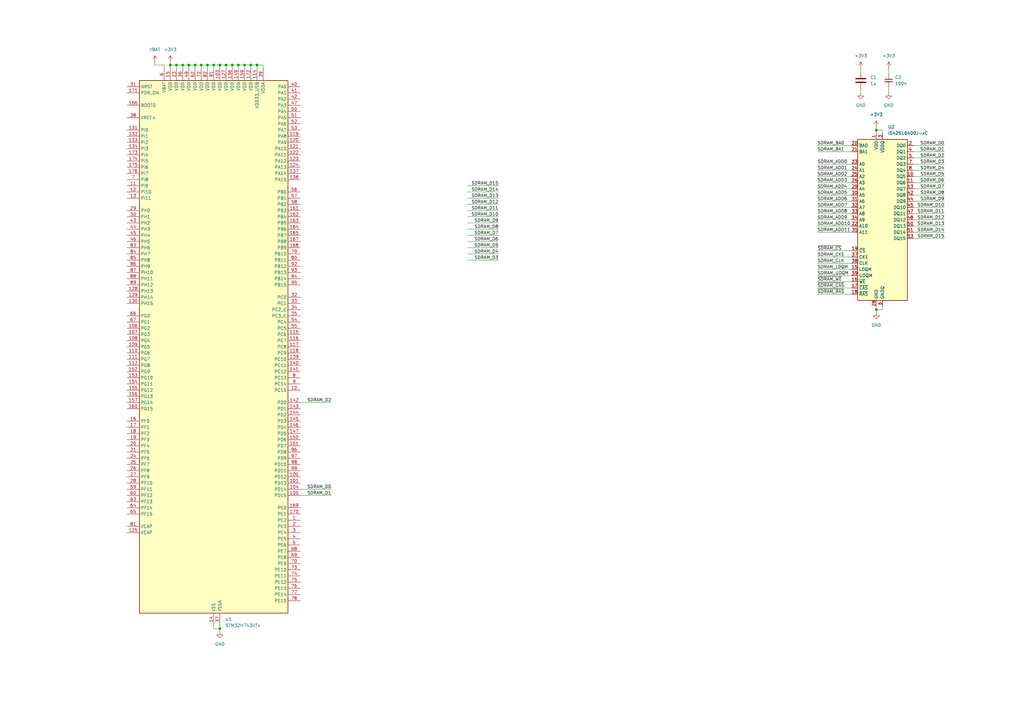
<source format=kicad_sch>
(kicad_sch (version 20231120) (generator "eeschema") (generator_version "8.0")
  (paper "A3")
  (lib_symbols
    (symbol "Device:C" (pin_numbers hide) (pin_names (offset 0.254))
      (property "Reference" "C" (at 0.635 2.54 0))
      (property "Value" "C" (at 0.635 -2.54 0))
      (symbol "C_0_1"
        (polyline (pts (xy -2.032 -0.762) (xy 2.032 -0.762)) (stroke (width 0.508)))
        (polyline (pts (xy -2.032 0.762) (xy 2.032 0.762)) (stroke (width 0.508)))
      )
      (symbol "C_1_1"
        (pin passive line (at 0 3.81 270) (length 2.794) (name "~") (number "1"))
        (pin passive line (at 0 -3.81 90) (length 2.794) (name "~") (number "2"))
      )
    )
    (symbol "Device:C_Small" (pin_numbers hide) (pin_names (offset 0.254) hide)
      (property "Reference" "C" (at 0.254 1.778 0))
      (property "Value" "C_Small" (at 0.254 -2.032 0))
      (symbol "C_Small_0_1"
        (polyline (pts (xy -1.524 -0.508) (xy 1.524 -0.508)) (stroke (width 0.3302)))
        (polyline (pts (xy -1.524 0.508) (xy 1.524 0.508)) (stroke (width 0.3048)))
      )
      (symbol "C_Small_1_1"
        (pin passive line (at 0 2.54 270) (length 2.032) (name "~") (number "1"))
        (pin passive line (at 0 -2.54 90) (length 2.032) (name "~") (number "2"))
      )
    )
    (symbol "MCU_ST_STM32H7:STM32H743IITx"
      (property "Reference" "U" (at -30.48 110.49 0))
      (property "Value" "STM32H743IITx" (at 22.86 110.49 0))
      (symbol "STM32H743IITx_0_1"
        (rectangle (start -30.48 -109.22) (end 30.48 109.22) (stroke (width 0.254)) (fill (type background)))
      )
      (symbol "STM32H743IITx_1_1"
        (pin bidirectional line (at 35.56 -71.12 180) (length 5.08) (name "PE2") (number "1"))
        (pin bidirectional line (at 35.56 -17.78 180) (length 5.08) (name "PC15") (number "10"))
        (pin bidirectional line (at 35.56 -53.34 180) (length 5.08) (name "PD12") (number "100"))
        (pin bidirectional line (at 35.56 -55.88 180) (length 5.08) (name "PD13") (number "101"))
        (pin passive line (at 0 -114.3 90) (length 5.08) hide (name "VSS") (number "102"))
        (pin power_in line (at 2.54 114.3 270) (length 5.08) (name "VDD") (number "103"))
        (pin bidirectional line (at 35.56 -58.42 180) (length 5.08) (name "PD14") (number "104"))
        (pin bidirectional line (at 35.56 -60.96 180) (length 5.08) (name "PD15") (number "105"))
        (pin bidirectional line (at -35.56 7.62 0) (length 5.08) (name "PG2") (number "106"))
        (pin bidirectional line (at -35.56 5.08 0) (length 5.08) (name "PG3") (number "107"))
        (pin bidirectional line (at -35.56 2.54 0) (length 5.08) (name "PG4") (number "108"))
        (pin bidirectional line (at -35.56 0 0) (length 5.08) (name "PG5") (number "109"))
        (pin bidirectional line (at -35.56 66.04 0) (length 5.08) (name "PI9") (number "11"))
        (pin bidirectional line (at -35.56 -2.54 0) (length 5.08) (name "PG6") (number "110"))
        (pin bidirectional line (at -35.56 -5.08 0) (length 5.08) (name "PG7") (number "111"))
        (pin bidirectional line (at -35.56 -7.62 0) (length 5.08) (name "PG8") (number "112"))
        (pin passive line (at 0 -114.3 90) (length 5.08) hide (name "VSS") (number "113"))
        (pin power_in line (at 17.78 114.3 270) (length 5.08) (name "VDD33_USB") (number "114"))
        (pin bidirectional line (at 35.56 5.08 180) (length 5.08) (name "PC6") (number "115"))
        (pin bidirectional line (at 35.56 2.54 180) (length 5.08) (name "PC7") (number "116"))
        (pin bidirectional line (at 35.56 0 180) (length 5.08) (name "PC8") (number "117"))
        (pin bidirectional line (at 35.56 -2.54 180) (length 5.08) (name "PC9") (number "118"))
        (pin bidirectional line (at 35.56 86.36 180) (length 5.08) (name "PA8") (number "119"))
        (pin bidirectional line (at -35.56 63.5 0) (length 5.08) (name "PI10") (number "12"))
        (pin bidirectional line (at 35.56 83.82 180) (length 5.08) (name "PA9") (number "120"))
        (pin bidirectional line (at 35.56 81.28 180) (length 5.08) (name "PA10") (number "121"))
        (pin bidirectional line (at 35.56 78.74 180) (length 5.08) (name "PA11") (number "122"))
        (pin bidirectional line (at 35.56 76.2 180) (length 5.08) (name "PA12") (number "123"))
        (pin bidirectional line (at 35.56 73.66 180) (length 5.08) (name "PA13") (number "124"))
        (pin power_out line (at -35.56 -76.2 0) (length 5.08) (name "VCAP") (number "125"))
        (pin passive line (at 0 -114.3 90) (length 5.08) hide (name "VSS") (number "126"))
        (pin power_in line (at 5.08 114.3 270) (length 5.08) (name "VDD") (number "127"))
        (pin bidirectional line (at -35.56 22.86 0) (length 5.08) (name "PH13") (number "128"))
        (pin bidirectional line (at -35.56 20.32 0) (length 5.08) (name "PH14") (number "129"))
        (pin bidirectional line (at -35.56 60.96 0) (length 5.08) (name "PI11") (number "13"))
        (pin bidirectional line (at -35.56 17.78 0) (length 5.08) (name "PH15") (number "130"))
        (pin bidirectional line (at -35.56 88.9 0) (length 5.08) (name "PI0") (number "131"))
        (pin bidirectional line (at -35.56 86.36 0) (length 5.08) (name "PI1") (number "132"))
        (pin bidirectional line (at -35.56 83.82 0) (length 5.08) (name "PI2") (number "133"))
        (pin bidirectional line (at -35.56 81.28 0) (length 5.08) (name "PI3") (number "134"))
        (pin passive line (at 0 -114.3 90) (length 5.08) hide (name "VSS") (number "135"))
        (pin power_in line (at 7.62 114.3 270) (length 5.08) (name "VDD") (number "136"))
        (pin bidirectional line (at 35.56 71.12 180) (length 5.08) (name "PA14") (number "137"))
        (pin bidirectional line (at 35.56 68.58 180) (length 5.08) (name "PA15") (number "138"))
        (pin bidirectional line (at 35.56 -5.08 180) (length 5.08) (name "PC10") (number "139"))
        (pin power_in line (at 0 -114.3 90) (length 5.08) (name "VSS") (number "14"))
        (pin bidirectional line (at 35.56 -7.62 180) (length 5.08) (name "PC11") (number "140"))
        (pin bidirectional line (at 35.56 -10.16 180) (length 5.08) (name "PC12") (number "141"))
        (pin bidirectional line (at 35.56 -22.86 180) (length 5.08) (name "PD0") (number "142"))
        (pin bidirectional line (at 35.56 -25.4 180) (length 5.08) (name "PD1") (number "143"))
        (pin bidirectional line (at 35.56 -27.94 180) (length 5.08) (name "PD2") (number "144"))
        (pin bidirectional line (at 35.56 -30.48 180) (length 5.08) (name "PD3") (number "145"))
        (pin bidirectional line (at 35.56 -33.02 180) (length 5.08) (name "PD4") (number "146"))
        (pin bidirectional line (at 35.56 -35.56 180) (length 5.08) (name "PD5") (number "147"))
        (pin passive line (at 0 -114.3 90) (length 5.08) hide (name "VSS") (number "148"))
        (pin power_in line (at 10.16 114.3 270) (length 5.08) (name "VDD") (number "149"))
        (pin power_in line (at -17.78 114.3 270) (length 5.08) (name "VDD") (number "15"))
        (pin bidirectional line (at 35.56 -38.1 180) (length 5.08) (name "PD6") (number "150"))
        (pin bidirectional line (at 35.56 -40.64 180) (length 5.08) (name "PD7") (number "151"))
        (pin bidirectional line (at -35.56 -10.16 0) (length 5.08) (name "PG9") (number "152"))
        (pin bidirectional line (at -35.56 -12.7 0) (length 5.08) (name "PG10") (number "153"))
        (pin bidirectional line (at -35.56 -15.24 0) (length 5.08) (name "PG11") (number "154"))
        (pin bidirectional line (at -35.56 -17.78 0) (length 5.08) (name "PG12") (number "155"))
        (pin bidirectional line (at -35.56 -20.32 0) (length 5.08) (name "PG13") (number "156"))
        (pin bidirectional line (at -35.56 -22.86 0) (length 5.08) (name "PG14") (number "157"))
        (pin passive line (at 0 -114.3 90) (length 5.08) hide (name "VSS") (number "158"))
        (pin power_in line (at 12.7 114.3 270) (length 5.08) (name "VDD") (number "159"))
        (pin bidirectional line (at -35.56 -30.48 0) (length 5.08) (name "PF0") (number "16"))
        (pin bidirectional line (at -35.56 -25.4 0) (length 5.08) (name "PG15") (number "160"))
        (pin bidirectional line (at 35.56 55.88 180) (length 5.08) (name "PB3") (number "161"))
        (pin bidirectional line (at 35.56 53.34 180) (length 5.08) (name "PB4") (number "162"))
        (pin bidirectional line (at 35.56 50.8 180) (length 5.08) (name "PB5") (number "163"))
        (pin bidirectional line (at 35.56 48.26 180) (length 5.08) (name "PB6") (number "164"))
        (pin bidirectional line (at 35.56 45.72 180) (length 5.08) (name "PB7") (number "165"))
        (pin input line (at -35.56 99.06 0) (length 5.08) (name "BOOT0") (number "166"))
        (pin bidirectional line (at 35.56 43.18 180) (length 5.08) (name "PB8") (number "167"))
        (pin bidirectional line (at 35.56 40.64 180) (length 5.08) (name "PB9") (number "168"))
        (pin bidirectional line (at 35.56 -66.04 180) (length 5.08) (name "PE0") (number "169"))
        (pin bidirectional line (at -35.56 -33.02 0) (length 5.08) (name "PF1") (number "17"))
        (pin bidirectional line (at 35.56 -68.58 180) (length 5.08) (name "PE1") (number "170"))
        (pin input line (at -35.56 104.14 0) (length 5.08) (name "PDR_ON") (number "171"))
        (pin power_in line (at 15.24 114.3 270) (length 5.08) (name "VDD") (number "172"))
        (pin bidirectional line (at -35.56 78.74 0) (length 5.08) (name "PI4") (number "173"))
        (pin bidirectional line (at -35.56 76.2 0) (length 5.08) (name "PI5") (number "174"))
        (pin bidirectional line (at -35.56 73.66 0) (length 5.08) (name "PI6") (number "175"))
        (pin bidirectional line (at -35.56 71.12 0) (length 5.08) (name "PI7") (number "176"))
        (pin bidirectional line (at -35.56 -35.56 0) (length 5.08) (name "PF2") (number "18"))
        (pin bidirectional line (at -35.56 -38.1 0) (length 5.08) (name "PF3") (number "19"))
        (pin bidirectional line (at 35.56 -73.66 180) (length 5.08) (name "PE3") (number "2"))
        (pin bidirectional line (at -35.56 -40.64 0) (length 5.08) (name "PF4") (number "20"))
        (pin bidirectional line (at -35.56 -43.18 0) (length 5.08) (name "PF5") (number "21"))
        (pin passive line (at 0 -114.3 90) (length 5.08) hide (name "VSS") (number "22"))
        (pin power_in line (at -15.24 114.3 270) (length 5.08) (name "VDD") (number "23"))
        (pin bidirectional line (at -35.56 -45.72 0) (length 5.08) (name "PF6") (number "24"))
        (pin bidirectional line (at -35.56 -48.26 0) (length 5.08) (name "PF7") (number "25"))
        (pin bidirectional line (at -35.56 -50.8 0) (length 5.08) (name "PF8") (number "26"))
        (pin bidirectional line (at -35.56 -53.34 0) (length 5.08) (name "PF9") (number "27"))
        (pin bidirectional line (at -35.56 -55.88 0) (length 5.08) (name "PF10") (number "28"))
        (pin bidirectional line (at -35.56 55.88 0) (length 5.08) (name "PH0") (number "29"))
        (pin bidirectional line (at 35.56 -76.2 180) (length 5.08) (name "PE4") (number "3"))
        (pin bidirectional line (at -35.56 53.34 0) (length 5.08) (name "PH1") (number "30"))
        (pin input line (at -35.56 106.68 0) (length 5.08) (name "NRST") (number "31"))
        (pin bidirectional line (at 35.56 20.32 180) (length 5.08) (name "PC0") (number "32"))
        (pin bidirectional line (at 35.56 17.78 180) (length 5.08) (name "PC1") (number "33"))
        (pin bidirectional line (at 35.56 15.24 180) (length 5.08) (name "PC2_C") (number "34"))
        (pin bidirectional line (at 35.56 12.7 180) (length 5.08) (name "PC3_C") (number "35"))
        (pin power_in line (at -12.7 114.3 270) (length 5.08) (name "VDD") (number "36"))
        (pin power_in line (at 2.54 -114.3 90) (length 5.08) (name "VSSA") (number "37"))
        (pin input line (at -35.56 93.98 0) (length 5.08) (name "VREF+") (number "38"))
        (pin power_in line (at 20.32 114.3 270) (length 5.08) (name "VDDA") (number "39"))
        (pin bidirectional line (at 35.56 -78.74 180) (length 5.08) (name "PE5") (number "4"))
        (pin bidirectional line (at 35.56 106.68 180) (length 5.08) (name "PA0") (number "40"))
        (pin bidirectional line (at 35.56 104.14 180) (length 5.08) (name "PA1") (number "41"))
        (pin bidirectional line (at 35.56 101.6 180) (length 5.08) (name "PA2") (number "42"))
        (pin bidirectional line (at -35.56 50.8 0) (length 5.08) (name "PH2") (number "43"))
        (pin bidirectional line (at -35.56 48.26 0) (length 5.08) (name "PH3") (number "44"))
        (pin bidirectional line (at -35.56 45.72 0) (length 5.08) (name "PH4") (number "45"))
        (pin bidirectional line (at -35.56 43.18 0) (length 5.08) (name "PH5") (number "46"))
        (pin bidirectional line (at 35.56 99.06 180) (length 5.08) (name "PA3") (number "47"))
        (pin passive line (at 0 -114.3 90) (length 5.08) hide (name "VSS") (number "48"))
        (pin power_in line (at -10.16 114.3 270) (length 5.08) (name "VDD") (number "49"))
        (pin bidirectional line (at 35.56 -81.28 180) (length 5.08) (name "PE6") (number "5"))
        (pin bidirectional line (at 35.56 96.52 180) (length 5.08) (name "PA4") (number "50"))
        (pin bidirectional line (at 35.56 93.98 180) (length 5.08) (name "PA5") (number "51"))
        (pin bidirectional line (at 35.56 91.44 180) (length 5.08) (name "PA6") (number "52"))
        (pin bidirectional line (at 35.56 88.9 180) (length 5.08) (name "PA7") (number "53"))
        (pin bidirectional line (at 35.56 10.16 180) (length 5.08) (name "PC4") (number "54"))
        (pin bidirectional line (at 35.56 7.62 180) (length 5.08) (name "PC5") (number "55"))
        (pin bidirectional line (at 35.56 63.5 180) (length 5.08) (name "PB0") (number "56"))
        (pin bidirectional line (at 35.56 60.96 180) (length 5.08) (name "PB1") (number "57"))
        (pin bidirectional line (at 35.56 58.42 180) (length 5.08) (name "PB2") (number "58"))
        (pin bidirectional line (at -35.56 -58.42 0) (length 5.08) (name "PF11") (number "59"))
        (pin power_in line (at -20.32 114.3 270) (length 5.08) (name "VBAT") (number "6"))
        (pin bidirectional line (at -35.56 -60.96 0) (length 5.08) (name "PF12") (number "60"))
        (pin passive line (at 0 -114.3 90) (length 5.08) hide (name "VSS") (number "61"))
        (pin power_in line (at -7.62 114.3 270) (length 5.08) (name "VDD") (number "62"))
        (pin bidirectional line (at -35.56 -63.5 0) (length 5.08) (name "PF13") (number "63"))
        (pin bidirectional line (at -35.56 -66.04 0) (length 5.08) (name "PF14") (number "64"))
        (pin bidirectional line (at -35.56 -68.58 0) (length 5.08) (name "PF15") (number "65"))
        (pin bidirectional line (at -35.56 12.7 0) (length 5.08) (name "PG0") (number "66"))
        (pin bidirectional line (at -35.56 10.16 0) (length 5.08) (name "PG1") (number "67"))
        (pin bidirectional line (at 35.56 -83.82 180) (length 5.08) (name "PE7") (number "68"))
        (pin bidirectional line (at 35.56 -86.36 180) (length 5.08) (name "PE8") (number "69"))
        (pin bidirectional line (at -35.56 68.58 0) (length 5.08) (name "PI8") (number "7"))
        (pin bidirectional line (at 35.56 -88.9 180) (length 5.08) (name "PE9") (number "70"))
        (pin passive line (at 0 -114.3 90) (length 5.08) hide (name "VSS") (number "71"))
        (pin power_in line (at -5.08 114.3 270) (length 5.08) (name "VDD") (number "72"))
        (pin bidirectional line (at 35.56 -91.44 180) (length 5.08) (name "PE10") (number "73"))
        (pin bidirectional line (at 35.56 -93.98 180) (length 5.08) (name "PE11") (number "74"))
        (pin bidirectional line (at 35.56 -96.52 180) (length 5.08) (name "PE12") (number "75"))
        (pin bidirectional line (at 35.56 -99.06 180) (length 5.08) (name "PE13") (number "76"))
        (pin bidirectional line (at 35.56 -101.6 180) (length 5.08) (name "PE14") (number "77"))
        (pin bidirectional line (at 35.56 -104.14 180) (length 5.08) (name "PE15") (number "78"))
        (pin bidirectional line (at 35.56 38.1 180) (length 5.08) (name "PB10") (number "79"))
        (pin bidirectional line (at 35.56 -12.7 180) (length 5.08) (name "PC13") (number "8"))
        (pin bidirectional line (at 35.56 35.56 180) (length 5.08) (name "PB11") (number "80"))
        (pin power_out line (at -35.56 -73.66 0) (length 5.08) (name "VCAP") (number "81"))
        (pin power_in line (at -2.54 114.3 270) (length 5.08) (name "VDD") (number "82"))
        (pin bidirectional line (at -35.56 40.64 0) (length 5.08) (name "PH6") (number "83"))
        (pin bidirectional line (at -35.56 38.1 0) (length 5.08) (name "PH7") (number "84"))
        (pin bidirectional line (at -35.56 35.56 0) (length 5.08) (name "PH8") (number "85"))
        (pin bidirectional line (at -35.56 33.02 0) (length 5.08) (name "PH9") (number "86"))
        (pin bidirectional line (at -35.56 30.48 0) (length 5.08) (name "PH10") (number "87"))
        (pin bidirectional line (at -35.56 27.94 0) (length 5.08) (name "PH11") (number "88"))
        (pin bidirectional line (at -35.56 25.4 0) (length 5.08) (name "PH12") (number "89"))
        (pin bidirectional line (at 35.56 -15.24 180) (length 5.08) (name "PC14") (number "9"))
        (pin passive line (at 0 -114.3 90) (length 5.08) hide (name "VSS") (number "90"))
        (pin power_in line (at 0 114.3 270) (length 5.08) (name "VDD") (number "91"))
        (pin bidirectional line (at 35.56 33.02 180) (length 5.08) (name "PB12") (number "92"))
        (pin bidirectional line (at 35.56 30.48 180) (length 5.08) (name "PB13") (number "93"))
        (pin bidirectional line (at 35.56 27.94 180) (length 5.08) (name "PB14") (number "94"))
        (pin bidirectional line (at 35.56 25.4 180) (length 5.08) (name "PB15") (number "95"))
        (pin bidirectional line (at 35.56 -43.18 180) (length 5.08) (name "PD8") (number "96"))
        (pin bidirectional line (at 35.56 -45.72 180) (length 5.08) (name "PD9") (number "97"))
        (pin bidirectional line (at 35.56 -48.26 180) (length 5.08) (name "PD10") (number "98"))
        (pin bidirectional line (at 35.56 -50.8 180) (length 5.08) (name "PD11") (number "99"))
      )
    )
    (symbol "Memory_RAM:IS42S16400J-xC"
      (property "Reference" "U" (at -8.89 34.29 0))
      (property "Value" "IS42S16400J-xC" (at 8.89 34.29 0))
      (symbol "IS42S16400J-xC_1_1"
        (rectangle (start -10.16 33.02) (end 10.16 -33.02) (stroke (width 0.254)) (fill (type background)))
        (pin power_in line (at -2.54 35.56 270) (length 2.54) (name "VDD") (number "1"))
        (pin bidirectional line (at 12.7 17.78 180) (length 2.54) (name "DQ5") (number "10"))
        (pin bidirectional line (at 12.7 15.24 180) (length 2.54) (name "DQ6") (number "11"))
        (pin passive line (at 0 -35.56 90) (length 2.54) hide (name "GNDQ") (number "12"))
        (pin bidirectional line (at 12.7 12.7 180) (length 2.54) (name "DQ7") (number "13"))
        (pin passive line (at -2.54 35.56 270) (length 2.54) hide (name "VDD") (number "14"))
        (pin input line (at -12.7 -20.32 0) (length 2.54) (name "LDQM") (number "15"))
        (pin input line (at -12.7 -25.4 0) (length 2.54) (name "~{WE}") (number "16"))
        (pin input line (at -12.7 -27.94 0) (length 2.54) (name "~{CAS}") (number "17"))
        (pin input line (at -12.7 -30.48 0) (length 2.54) (name "~{RAS}") (number "18"))
        (pin input line (at -12.7 -12.7 0) (length 2.54) (name "~{CS}") (number "19"))
        (pin bidirectional line (at 12.7 30.48 180) (length 2.54) (name "DQ0") (number "2"))
        (pin input line (at -12.7 30.48 0) (length 2.54) (name "BA0") (number "20"))
        (pin input line (at -12.7 27.94 0) (length 2.54) (name "BA1") (number "21"))
        (pin input line (at -12.7 -2.54 0) (length 2.54) (name "A10") (number "22"))
        (pin input line (at -12.7 22.86 0) (length 2.54) (name "A0") (number "23"))
        (pin input line (at -12.7 20.32 0) (length 2.54) (name "A1") (number "24"))
        (pin input line (at -12.7 17.78 0) (length 2.54) (name "A2") (number "25"))
        (pin input line (at -12.7 15.24 0) (length 2.54) (name "A3") (number "26"))
        (pin passive line (at -2.54 35.56 270) (length 2.54) hide (name "VDD") (number "27"))
        (pin power_in line (at -2.54 -35.56 90) (length 2.54) (name "GND") (number "28"))
        (pin input line (at -12.7 12.7 0) (length 2.54) (name "A4") (number "29"))
        (pin power_in line (at 0 35.56 270) (length 2.54) (name "VDDQ") (number "3"))
        (pin input line (at -12.7 10.16 0) (length 2.54) (name "A5") (number "30"))
        (pin input line (at -12.7 7.62 0) (length 2.54) (name "A6") (number "31"))
        (pin input line (at -12.7 5.08 0) (length 2.54) (name "A7") (number "32"))
        (pin input line (at -12.7 2.54 0) (length 2.54) (name "A8") (number "33"))
        (pin input line (at -12.7 0 0) (length 2.54) (name "A9") (number "34"))
        (pin input line (at -12.7 -5.08 0) (length 2.54) (name "A11") (number "35"))
        (pin no_connect line (at 10.16 -17.78 180) (length 2.54) hide (name "NC") (number "36"))
        (pin input line (at -12.7 -15.24 0) (length 2.54) (name "CKE") (number "37"))
        (pin input line (at -12.7 -17.78 0) (length 2.54) (name "CLK") (number "38"))
        (pin input line (at -12.7 -22.86 0) (length 2.54) (name "UDQM") (number "39"))
        (pin bidirectional line (at 12.7 27.94 180) (length 2.54) (name "DQ1") (number "4"))
        (pin no_connect line (at 10.16 -20.32 180) (length 2.54) hide (name "NC") (number "40"))
        (pin passive line (at -2.54 -35.56 90) (length 2.54) hide (name "GND") (number "41"))
        (pin bidirectional line (at 12.7 10.16 180) (length 2.54) (name "DQ8") (number "42"))
        (pin passive line (at 0 35.56 270) (length 2.54) hide (name "VDDQ") (number "43"))
        (pin bidirectional line (at 12.7 7.62 180) (length 2.54) (name "DQ9") (number "44"))
        (pin bidirectional line (at 12.7 5.08 180) (length 2.54) (name "DQ10") (number "45"))
        (pin passive line (at 0 -35.56 90) (length 2.54) hide (name "GNDQ") (number "46"))
        (pin bidirectional line (at 12.7 2.54 180) (length 2.54) (name "DQ11") (number "47"))
        (pin bidirectional line (at 12.7 0 180) (length 2.54) (name "DQ12") (number "48"))
        (pin passive line (at 0 35.56 270) (length 2.54) hide (name "VDDQ") (number "49"))
        (pin bidirectional line (at 12.7 25.4 180) (length 2.54) (name "DQ2") (number "5"))
        (pin bidirectional line (at 12.7 -2.54 180) (length 2.54) (name "DQ13") (number "50"))
        (pin bidirectional line (at 12.7 -5.08 180) (length 2.54) (name "DQ14") (number "51"))
        (pin passive line (at 0 -35.56 90) (length 2.54) hide (name "GNDQ") (number "52"))
        (pin bidirectional line (at 12.7 -7.62 180) (length 2.54) (name "DQ15") (number "53"))
        (pin passive line (at -2.54 -35.56 90) (length 2.54) hide (name "GND") (number "54"))
        (pin power_in line (at 0 -35.56 90) (length 2.54) (name "GNDQ") (number "6"))
        (pin bidirectional line (at 12.7 22.86 180) (length 2.54) (name "DQ3") (number "7"))
        (pin bidirectional line (at 12.7 20.32 180) (length 2.54) (name "DQ4") (number "8"))
        (pin passive line (at 0 35.56 270) (length 2.54) hide (name "VDDQ") (number "9"))
      )
    )
    (symbol "power:+3V3" (power) (pin_numbers hide) (pin_names (offset 0) hide)
      (property "Value" "+3V3" (at 0 3.556 0))
      (symbol "+3V3_0_1"
        (polyline (pts (xy -0.762 1.27) (xy 0 2.54)))
        (polyline (pts (xy 0 0) (xy 0 2.54)))
        (polyline (pts (xy 0 2.54) (xy 0.762 1.27)))
      )
      (symbol "+3V3_1_1"
        (pin power_in line (at 0 0 90) (length 0) (name "~") (number "1"))
      )
    )
    (symbol "power:GND" (power) (pin_numbers hide) (pin_names (offset 0) hide)
      (property "Value" "GND" (at 0 -3.81 0))
      (symbol "GND_0_1"
        (polyline (pts (xy 0 0) (xy 0 -1.27) (xy 1.27 -1.27) (xy 0 -2.54) (xy -1.27 -1.27) (xy 0 -1.27)))
      )
      (symbol "GND_1_1"
        (pin power_in line (at 0 0 270) (length 0) (name "~") (number "1"))
      )
    )
  )
  (junction (at 359.41 127))
  (junction (at 90.17 257.81))
  (junction (at 90.17 26.67))
  (junction (at 72.39 26.67))
  (junction (at 95.25 26.67))
  (junction (at 87.63 26.67))
  (junction (at 97.79 26.67))
  (junction (at 80.01 26.67))
  (junction (at 85.09 26.67))
  (junction (at 69.85 26.67))
  (junction (at 92.71 26.67))
  (junction (at 105.41 26.67))
  (junction (at 102.87 26.67))
  (junction (at 82.55 26.67))
  (junction (at 100.33 26.67))
  (junction (at 74.93 26.67))
  (junction (at 359.41 53.34))
  (junction (at 77.47 26.67))
  (wire (pts (xy 191.77 104.14) (xy 204.47 104.14)))
  (wire (pts (xy 82.55 26.67) (xy 85.09 26.67)))
  (wire (pts (xy 335.28 62.23) (xy 349.25 62.23)))
  (wire (pts (xy 359.41 53.34) (xy 359.41 54.61)))
  (wire (pts (xy 359.41 127) (xy 359.41 125.73)))
  (wire (pts (xy 123.19 165.1) (xy 135.89 165.1)))
  (wire (pts (xy 97.79 26.67) (xy 97.79 27.94)))
  (wire (pts (xy 335.28 102.87) (xy 349.25 102.87)))
  (wire (pts (xy 374.65 90.17) (xy 387.35 90.17)))
  (wire (pts (xy 335.28 120.65) (xy 349.25 120.65)))
  (wire (pts (xy 92.71 26.67) (xy 92.71 27.94)))
  (wire (pts (xy 374.65 82.55) (xy 387.35 82.55)))
  (wire (pts (xy 74.93 26.67) (xy 74.93 27.94)))
  (wire (pts (xy 67.31 26.67) (xy 67.31 27.94)))
  (wire (pts (xy 191.77 76.2) (xy 204.47 76.2)))
  (wire (pts (xy 359.41 52.07) (xy 359.41 53.34)))
  (wire (pts (xy 95.25 26.67) (xy 97.79 26.67)))
  (wire (pts (xy 335.28 90.17) (xy 349.25 90.17)))
  (wire (pts (xy 90.17 259.08) (xy 90.17 257.81)))
  (wire (pts (xy 191.77 81.28) (xy 204.47 81.28)))
  (wire (pts (xy 191.77 96.52) (xy 204.47 96.52)))
  (wire (pts (xy 353.06 38.1) (xy 353.06 36.83)))
  (wire (pts (xy 374.65 59.69) (xy 387.35 59.69)))
  (wire (pts (xy 191.77 83.82) (xy 204.47 83.82)))
  (wire (pts (xy 90.17 26.67) (xy 90.17 27.94)))
  (wire (pts (xy 364.49 27.94) (xy 364.49 30.48)))
  (wire (pts (xy 374.65 87.63) (xy 387.35 87.63)))
  (wire (pts (xy 191.77 101.6) (xy 204.47 101.6)))
  (wire (pts (xy 374.65 64.77) (xy 387.35 64.77)))
  (wire (pts (xy 105.41 26.67) (xy 105.41 27.94)))
  (wire (pts (xy 374.65 77.47) (xy 387.35 77.47)))
  (wire (pts (xy 361.95 127) (xy 359.41 127)))
  (wire (pts (xy 374.65 97.79) (xy 387.35 97.79)))
  (wire (pts (xy 90.17 26.67) (xy 92.71 26.67)))
  (wire (pts (xy 80.01 26.67) (xy 82.55 26.67)))
  (wire (pts (xy 374.65 69.85) (xy 387.35 69.85)))
  (wire (pts (xy 191.77 91.44) (xy 204.47 91.44)))
  (wire (pts (xy 72.39 26.67) (xy 72.39 27.94)))
  (wire (pts (xy 335.28 107.95) (xy 349.25 107.95)))
  (wire (pts (xy 85.09 26.67) (xy 85.09 27.94)))
  (wire (pts (xy 335.28 95.25) (xy 349.25 95.25)))
  (wire (pts (xy 335.28 74.93) (xy 349.25 74.93)))
  (wire (pts (xy 374.65 74.93) (xy 387.35 74.93)))
  (wire (pts (xy 123.19 200.66) (xy 135.89 200.66)))
  (wire (pts (xy 77.47 26.67) (xy 80.01 26.67)))
  (wire (pts (xy 90.17 257.81) (xy 90.17 256.54)))
  (wire (pts (xy 92.71 26.67) (xy 95.25 26.67)))
  (wire (pts (xy 353.06 27.94) (xy 353.06 29.21)))
  (wire (pts (xy 335.28 115.57) (xy 349.25 115.57)))
  (wire (pts (xy 72.39 26.67) (xy 74.93 26.67)))
  (wire (pts (xy 335.28 82.55) (xy 349.25 82.55)))
  (wire (pts (xy 102.87 26.67) (xy 102.87 27.94)))
  (wire (pts (xy 100.33 26.67) (xy 100.33 27.94)))
  (wire (pts (xy 361.95 53.34) (xy 359.41 53.34)))
  (wire (pts (xy 335.28 59.69) (xy 349.25 59.69)))
  (wire (pts (xy 95.25 26.67) (xy 95.25 27.94)))
  (wire (pts (xy 335.28 77.47) (xy 349.25 77.47)))
  (wire (pts (xy 335.28 92.71) (xy 349.25 92.71)))
  (wire (pts (xy 374.65 62.23) (xy 387.35 62.23)))
  (wire (pts (xy 87.63 256.54) (xy 87.63 257.81)))
  (wire (pts (xy 335.28 72.39) (xy 349.25 72.39)))
  (wire (pts (xy 69.85 26.67) (xy 69.85 27.94)))
  (wire (pts (xy 97.79 26.67) (xy 100.33 26.67)))
  (wire (pts (xy 87.63 257.81) (xy 90.17 257.81)))
  (wire (pts (xy 63.5 25.4) (xy 63.5 26.67)))
  (wire (pts (xy 335.28 110.49) (xy 349.25 110.49)))
  (wire (pts (xy 105.41 26.67) (xy 107.95 26.67)))
  (wire (pts (xy 69.85 25.4) (xy 69.85 26.67)))
  (wire (pts (xy 100.33 26.67) (xy 102.87 26.67)))
  (wire (pts (xy 63.5 26.67) (xy 67.31 26.67)))
  (wire (pts (xy 335.28 67.31) (xy 349.25 67.31)))
  (wire (pts (xy 374.65 85.09) (xy 387.35 85.09)))
  (wire (pts (xy 374.65 80.01) (xy 387.35 80.01)))
  (wire (pts (xy 191.77 86.36) (xy 204.47 86.36)))
  (wire (pts (xy 335.28 85.09) (xy 349.25 85.09)))
  (wire (pts (xy 87.63 26.67) (xy 90.17 26.67)))
  (wire (pts (xy 191.77 88.9) (xy 204.47 88.9)))
  (wire (pts (xy 374.65 67.31) (xy 387.35 67.31)))
  (wire (pts (xy 107.95 26.67) (xy 107.95 27.94)))
  (wire (pts (xy 335.28 80.01) (xy 349.25 80.01)))
  (wire (pts (xy 191.77 93.98) (xy 204.47 93.98)))
  (wire (pts (xy 335.28 113.03) (xy 349.25 113.03)))
  (wire (pts (xy 335.28 118.11) (xy 349.25 118.11)))
  (wire (pts (xy 359.41 128.27) (xy 359.41 127)))
  (wire (pts (xy 69.85 26.67) (xy 72.39 26.67)))
  (wire (pts (xy 335.28 69.85) (xy 349.25 69.85)))
  (wire (pts (xy 77.47 26.67) (xy 77.47 27.94)))
  (wire (pts (xy 335.28 105.41) (xy 349.25 105.41)))
  (wire (pts (xy 361.95 54.61) (xy 361.95 53.34)))
  (wire (pts (xy 80.01 26.67) (xy 80.01 27.94)))
  (wire (pts (xy 191.77 99.06) (xy 204.47 99.06)))
  (wire (pts (xy 102.87 26.67) (xy 105.41 26.67)))
  (wire (pts (xy 335.28 87.63) (xy 349.25 87.63)))
  (wire (pts (xy 85.09 26.67) (xy 87.63 26.67)))
  (wire (pts (xy 191.77 78.74) (xy 204.47 78.74)))
  (wire (pts (xy 74.93 26.67) (xy 77.47 26.67)))
  (wire (pts (xy 374.65 95.25) (xy 387.35 95.25)))
  (wire (pts (xy 191.77 106.68) (xy 204.47 106.68)))
  (wire (pts (xy 87.63 26.67) (xy 87.63 27.94)))
  (wire (pts (xy 374.65 72.39) (xy 387.35 72.39)))
  (wire (pts (xy 361.95 125.73) (xy 361.95 127)))
  (wire (pts (xy 374.65 92.71) (xy 387.35 92.71)))
  (wire (pts (xy 123.19 203.2) (xy 135.89 203.2)))
  (wire (pts (xy 364.49 38.1) (xy 364.49 35.56)))
  (wire (pts (xy 82.55 26.67) (xy 82.55 27.94)))
  (label "SDRAM_D6" (at 204.47 99.06 180))
  (label "SDRAM_D11" (at 387.35 87.63 180))
  (label "SDRAM_ADD11" (at 335.28 95.25 0))
  (label "SDRAM_D3" (at 204.47 106.68 180))
  (label "SDRAM_D13" (at 204.47 81.28 180))
  (label "SDRAM_D2" (at 387.35 64.77 180))
  (label "SDRAM_D4" (at 204.47 104.14 180))
  (label "SDRAM_D2" (at 135.89 165.1 180))
  (label "~{SDRAM_CS}" (at 335.28 102.87 0))
  (label "SDRAM_D5" (at 204.47 101.6 180))
  (label "SDRAM_D4" (at 387.35 69.85 180))
  (label "SDRAM_D3" (at 387.35 67.31 180))
  (label "SDRAM_D8" (at 387.35 80.01 180))
  (label "SDRAM_ADD3" (at 335.28 74.93 0))
  (label "SDRAM_UDQM" (at 335.28 113.03 0))
  (label "SDRAM_LDQM" (at 335.28 110.49 0))
  (label "SDRAM_ADD10" (at 335.28 92.71 0))
  (label "SDRAM_D10" (at 204.47 88.9 180))
  (label "SDRAM_D12" (at 204.47 83.82 180))
  (label "SDRAM_D7" (at 387.35 77.47 180))
  (label "SDRAM_D15" (at 204.47 76.2 180))
  (label "SDRAM_D12" (at 387.35 90.17 180))
  (label "SDRAM_D5" (at 387.35 72.39 180))
  (label "~{SDRAM_CAS}" (at 335.28 118.11 0))
  (label "SDRAM_D1" (at 135.89 203.2 180))
  (label "SDRAM_ADD5" (at 335.28 80.01 0))
  (label "SDRAM_CLK" (at 335.28 107.95 0))
  (label "SDRAM_D9" (at 387.35 82.55 180))
  (label "SDRAM_CKE" (at 335.28 105.41 0))
  (label "SDRAM_D14" (at 204.47 78.74 180))
  (label "SDRAM_ADD1" (at 335.28 69.85 0))
  (label "SDRAM_BA0" (at 335.28 59.69 0))
  (label "SDRAM_ADD7" (at 335.28 85.09 0))
  (label "SDRAM_ADD0" (at 335.28 67.31 0))
  (label "SDRAM_ADD9" (at 335.28 90.17 0))
  (label "SDRAM_D15" (at 387.35 97.79 180))
  (label "SDRAM_D6" (at 387.35 74.93 180))
  (label "SDRAM_D7" (at 204.47 96.52 180))
  (label "SDRAM_D11" (at 204.47 86.36 180))
  (label "SDRAM_D0" (at 387.35 59.69 180))
  (label "SDRAM_D8" (at 204.47 93.98 180))
  (label "~{SDRAM_RAS}" (at 335.28 120.65 0))
  (label "SDRAM_D13" (at 387.35 92.71 180))
  (label "SDRAM_ADD6" (at 335.28 82.55 0))
  (label "SDRAM_D0" (at 135.89 200.66 180))
  (label "SDRAM_ADD2" (at 335.28 72.39 0))
  (label "SDRAM_D1" (at 387.35 62.23 180))
  (label "SDRAM_ADD8" (at 335.28 87.63 0))
  (label "SDRAM_BA1" (at 335.28 62.23 0))
  (label "SDRAM_ADD4" (at 335.28 77.47 0))
  (label "~{SDRAM_WE}" (at 335.28 115.57 0))
  (label "SDRAM_D9" (at 204.47 91.44 180))
  (label "SDRAM_D10" (at 387.35 85.09 180))
  (label "SDRAM_D14" (at 387.35 95.25 180))
  (symbol (lib_id "power:GND") (at 359.41 128.27 0) (unit 1)
    (property "Reference" "#PWR04" (effects (hide yes)))
    (property "Value" "GND" (at 359.41 133.35 0))
    (property "Description" "Power symbol creates a global label with name \"GND\" , ground" (effects (hide yes)))
  )
  (symbol (lib_id "power:+3V3") (at 63.5 25.4 0) (unit 1)
    (property "Reference" "#PWR03" (effects (hide yes)))
    (property "Value" "VBAT" (at 63.5 20.32 0))
    (property "Description" "Power symbol creates a global label with name \"+3V3\"" (effects (hide yes)))
  )
  (symbol (lib_id "power:+3V3") (at 353.06 27.94 0) (unit 1)
    (property "Reference" "#PWR06" (effects (hide yes)))
    (property "Value" "+3V3" (at 353.06 22.86 0))
    (property "Description" "Power symbol creates a global label with name \"+3V3\"" (effects (hide yes)))
  )
  (symbol (lib_id "Memory_RAM:IS42S16400J-xC") (at 361.95 90.17 0) (unit 1)
    (property "Reference" "U2" (at 364.1441 52.07 0) (effects (justify left)))
    (property "Value" "IS42S16400J-xC" (at 364.1441 54.61 0) (effects (justify left)))
    (property "Footprint" "Package_SO:TSOP-II-54_22.2x10.16mm_P0.8mm" (effects (hide yes)))
    (property "Datasheet" "http://www.issi.com/WW/pdf/42-45S16400J.pdf" (effects (hide yes)))
    (property "Description" "64Mb Synchronous DRAM, 1 Mb x 16 b x 4 Banks, Cu leadframe plated with matte Sn, TSOP-II-54" (effects (hide yes)))
  )
  (symbol (lib_id "power:+3V3") (at 69.85 25.4 0) (unit 1)
    (property "Reference" "#PWR02" (effects (hide yes)))
    (property "Value" "+3V3" (at 69.85 20.32 0))
    (property "Description" "Power symbol creates a global label with name \"+3V3\"" (effects (hide yes)))
  )
  (symbol (lib_id "power:+3V3") (at 364.49 27.94 0) (unit 1)
    (property "Reference" "#PWR08" (effects (hide yes)))
    (property "Value" "+3V3" (at 364.49 22.86 0))
    (property "Description" "Power symbol creates a global label with name \"+3V3\"" (effects (hide yes)))
  )
  (symbol (lib_id "power:GND") (at 90.17 259.08 0) (unit 1)
    (property "Reference" "#PWR01" (effects (hide yes)))
    (property "Value" "GND" (at 90.17 264.16 0))
    (property "Description" "Power symbol creates a global label with name \"GND\" , ground" (effects (hide yes)))
  )
  (symbol (lib_id "power:+3V3") (at 359.41 52.07 0) (unit 1)
    (property "Reference" "#PWR05" (effects (hide yes)))
    (property "Value" "+3V3" (at 359.41 46.99 0))
    (property "Description" "Power symbol creates a global label with name \"+3V3\"" (effects (hide yes)))
  )
  (symbol (lib_id "Device:C_Small") (at 364.49 33.02 0) (unit 1)
    (property "Reference" "C2" (at 367.03 31.7562 0) (effects (justify left)))
    (property "Value" "100n" (at 367.03 34.2962 0) (effects (justify left)))
    (property "Description" "Unpolarized capacitor, small symbol" (effects (hide yes)))
  )
  (symbol (lib_id "Device:C") (at 353.06 33.02 0) (unit 1)
    (property "Reference" "C1" (at 356.87 31.7499 0) (effects (justify left)))
    (property "Value" "1u" (at 356.87 34.2899 0) (effects (justify left)))
    (property "Description" "Unpolarized capacitor" (effects (hide yes)))
  )
  (symbol (lib_id "MCU_ST_STM32H7:STM32H743IITx") (at 87.63 142.24 0) (unit 1)
    (property "Reference" "U1" (at 92.3641 254 0) (effects (justify left)))
    (property "Value" "STM32H743IITx" (at 92.3641 256.54 0) (effects (justify left)))
    (property "Footprint" "Package_QFP:LQFP-176_24x24mm_P0.5mm" (effects (hide yes)))
    (property "Datasheet" "https://www.st.com/resource/en/datasheet/stm32h743ii.pdf" (effects (hide yes)))
    (property "Description" "STMicroelectronics Arm Cortex-M7 MCU, 2048KB flash, 1024KB RAM, 480 MHz, 1.62-3.6V, 140 GPIO, LQFP176" (effects (hide yes)))
  )
  (symbol (lib_id "power:GND") (at 353.06 38.1 0) (unit 1)
    (property "Reference" "#PWR07" (effects (hide yes)))
    (property "Value" "GND" (at 353.06 43.18 0))
    (property "Description" "Power symbol creates a global label with name \"GND\" , ground" (effects (hide yes)))
  )
  (symbol (lib_id "power:GND") (at 364.49 38.1 0) (unit 1)
    (property "Reference" "#PWR09" (effects (hide yes)))
    (property "Value" "GND" (at 364.49 43.18 0))
    (property "Description" "Power symbol creates a global label with name \"GND\" , ground" (effects (hide yes)))
  )
)
</source>
